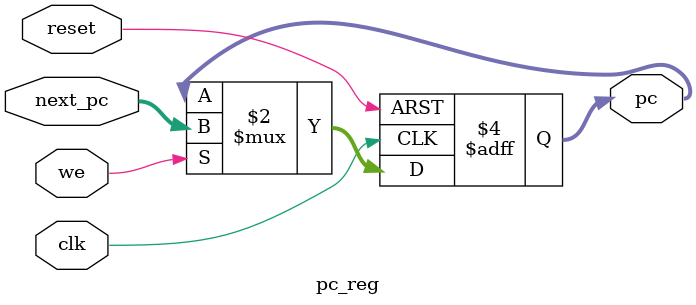
<source format=sv>
module pc_reg (
    input  logic        clk,       // clock
    input  logic        reset,     // synchronous reset
    input  logic        we,        // write-enable
    input  logic [31:0] next_pc,   // next PC value
    output logic [31:0] pc         // current PC
);
    always_ff @(posedge clk or posedge reset) begin
        if (reset) begin
            pc <= 32'd0;
        end else if (we) begin
            pc <= next_pc;
        end
    end
endmodule

</source>
